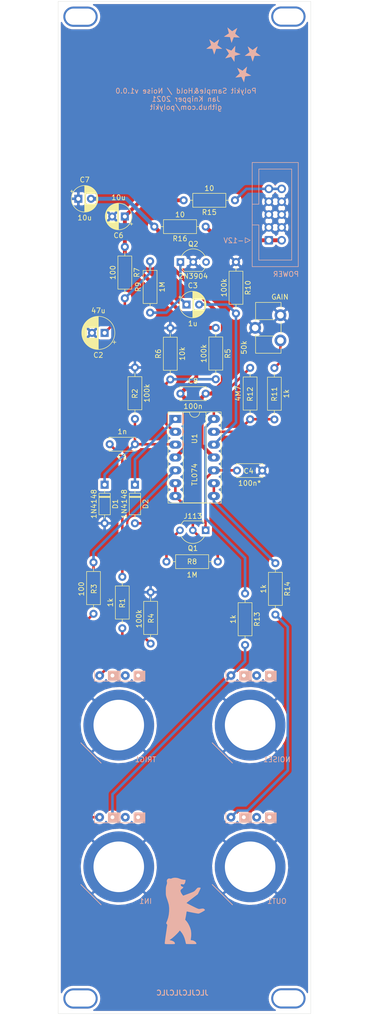
<source format=kicad_pcb>
(kicad_pcb (version 20171130) (host pcbnew 5.1.9-73d0e3b20d~88~ubuntu20.10.1)
  (title_block (title "Sample&Hold / Noise") (rev v1.0.0) (company "Jan Knipper") (comment 1 github.com/polykit))
  (layers (0 F.Cu signal) (31 B.Cu signal) (34 B.Paste user) (35 F.Paste user) (36 B.SilkS user) (37 F.SilkS user) (38 B.Mask user) (39 F.Mask user) (44 Edge.Cuts user))
  (net 0 "")
  (net 1 "Net-(C1-Pad2)")
  (net 2 "Net-(C1-Pad1)")
  (net 3 GND)
  (net 4 "Net-(C2-Pad1)")
  (net 5 "Net-(C3-Pad2)")
  (net 6 "Net-(C3-Pad1)")
  (net 7 "Net-(C4-Pad1)")
  (net 8 "Net-(D2-Pad2)")
  (net 9 "Net-(D2-Pad1)")
  (net 10 "Net-(Q1-Pad2)")
  (net 11 NC)
  (net 12 "Net-(R3-Pad2)")
  (net 13 IN)
  (net 14 "Net-(R5-Pad2)")
  (net 15 +12V)
  (net 16 "Net-(R11-Pad1)")
  (net 17 "Net-(R12-Pad1)")
  (net 18 OUT)
  (net 19 "Net-(R14-Pad1)")
  (net 20 TRIG)
  (net 21 WHITE_NOISE)
  (net 22 "Net-(NOISE1-PadTN)")
  (net 23 "Net-(OUT1-PadTN)")
  (net 24 "Net-(TRIG1-PadTN)")
  (net 25 -12V)
  (net 26 "Net-(POWER1-Pad10)")
  (net 27 "Net-(POWER1-Pad1)")
  (net 28 "Net-(GAIN1-Pad1)")
  (module Potentiometer_THT:Potentiometer_ACP_CA9-H5_Horizontal (layer F.Cu) (at 129 97 180)
    (fp_text reference GAIN1 hide)
    (fp_text value 50k (at 7.2 -1.4 90) (layer F.SilkS))
    (fp_text user GAIN (at 0.1 8.6) (layer F.SilkS))
    (pad 1 thru_hole circle (at 0 0 180) (size 2.34 2.34) (drill 1.3) (layers *.Cu *.Mask) (net 28 "Net-(GAIN1-Pad1)"))
    (pad 2 thru_hole circle (at 5 2.5 180) (size 2.34 2.34) (drill 1.3) (layers *.Cu *.Mask) (net 3 GND))
    (pad 3 thru_hole circle (at 0 5 180) (size 2.34 2.34) (drill 1.3) (layers *.Cu *.Mask) (net 3 GND))
  )
  (module Polykit:star-mask (layer F.Cu) (at 121.7 63.6)
    (fp_text reference G*** hide)
    (fp_text value LOGO hide)
  )
  (module Polykit:bär (layer B.Cu) (at 109.9 209.8 180)
    (fp_text reference G*** hide)
    (fp_text value LOGO hide)
  )
  (module Polykit:star-silk-tiny (layer B.Cu) (at 121.6 44.5 7)
    (fp_text reference G*** hide)
    (fp_text value LOGO hide)
  )
  (module Polykit:star-silk-tiny (layer B.Cu) (at 115.9 39)
    (fp_text reference G*** hide)
    (fp_text value LOGO hide)
  )
  (module Polykit:star-silk-tiny (layer B.Cu) (at 119.5 40.5 15)
    (fp_text reference G*** hide)
    (fp_text value LOGO hide)
  )
  (module Polykit:star-silk-tiny (layer B.Cu) (at 123.5 40.4)
    (fp_text reference G*** hide)
    (fp_text value LOGO hide)
  )
  (module Polykit:star-silk-tiny (layer B.Cu) (at 119.4 36.7 357)
    (fp_text reference G*** hide)
    (fp_text value LOGO hide)
  )
  (module Polykit:blitz-mask (layer F.Cu) (at 128 133.1)
    (fp_text reference G*** hide)
    (fp_text value LOGO hide)
  )
  (module Polykit:blitz-mask (layer F.Cu) (at 93.4 112.7)
    (fp_text reference G*** hide)
    (fp_text value LOGO hide)
  )
  (module Polykit:blitz-mask (layer F.Cu) (at 90.5 83.1)
    (fp_text reference G*** hide)
    (fp_text value LOGO hide)
  )
  (module Polykit:star-mask (layer F.Cu) (at 110 170 13)
    (fp_text reference G*** hide)
    (fp_text value LOGO hide)
  )
  (module Polykit:star-mask (layer F.Cu) (at 114 161 353)
    (fp_text reference G*** hide)
    (fp_text value LOGO hide)
  )
  (module Polykit:star-mask (layer F.Cu) (at 109 152 3)
    (fp_text reference G*** hide)
    (fp_text value LOGO hide)
  )
  (module Polykit:logo-mask-5cm (layer F.Cu) (at 110 220)
    (fp_text reference G*** hide)
    (fp_text value LOGO hide)
  )
  (module Resistor_THT:R_Axial_DIN0207_L6.3mm_D2.5mm_P10.16mm_Horizontal (layer F.Cu) (at 114.2 74.5 180)
    (fp_text reference R16 (at 5.08 -2.37) (layer F.SilkS))
    (fp_text value 10 (at 5.08 2.37) (layer F.SilkS))
    (pad 2 thru_hole oval (at 10.16 0 180) (size 1.6 1.6) (drill 0.8) (layers *.Cu *.Mask) (net 25 -12V))
    (pad 1 thru_hole circle (at 0 0 180) (size 1.6 1.6) (drill 0.8) (layers *.Cu *.Mask) (net 27 "Net-(POWER1-Pad1)"))
  )
  (module Resistor_THT:R_Axial_DIN0207_L6.3mm_D2.5mm_P10.16mm_Horizontal (layer F.Cu) (at 120 69.3 180)
    (fp_text reference R15 (at 5.08 -2.37) (layer F.SilkS))
    (fp_text value 10 (at 5.08 2.37) (layer F.SilkS))
    (pad 2 thru_hole oval (at 10.16 0 180) (size 1.6 1.6) (drill 0.8) (layers *.Cu *.Mask) (net 15 +12V))
    (pad 1 thru_hole circle (at 0 0 180) (size 1.6 1.6) (drill 0.8) (layers *.Cu *.Mask) (net 26 "Net-(POWER1-Pad10)"))
  )
  (module Connector_IDC:IDC-Header_2x05_P2.54mm_Vertical (layer B.Cu) (at 126.7 77.2)
    (fp_text reference POWER1 hide)
    (fp_text value Conn_02x05_Odd_Even hide)
    (fp_text user POWER (at 3.4 6.7) (layer B.SilkS) (effects (justify mirror)))
    (pad 10 thru_hole circle (at 2.54 -10.16) (size 1.7 1.7) (drill 1) (layers *.Cu *.Mask) (net 26 "Net-(POWER1-Pad10)"))
    (pad 8 thru_hole circle (at 2.54 -7.62) (size 1.7 1.7) (drill 1) (layers *.Cu *.Mask) (net 3 GND))
    (pad 6 thru_hole circle (at 2.54 -5.08) (size 1.7 1.7) (drill 1) (layers *.Cu *.Mask) (net 3 GND))
    (pad 4 thru_hole circle (at 2.54 -2.54) (size 1.7 1.7) (drill 1) (layers *.Cu *.Mask) (net 3 GND))
    (pad 2 thru_hole circle (at 2.54 0) (size 1.7 1.7) (drill 1) (layers *.Cu *.Mask) (net 27 "Net-(POWER1-Pad1)"))
    (pad 9 thru_hole circle (at 0 -10.16) (size 1.7 1.7) (drill 1) (layers *.Cu *.Mask) (net 26 "Net-(POWER1-Pad10)"))
    (pad 7 thru_hole circle (at 0 -7.62) (size 1.7 1.7) (drill 1) (layers *.Cu *.Mask) (net 3 GND))
    (pad 5 thru_hole circle (at 0 -5.08) (size 1.7 1.7) (drill 1) (layers *.Cu *.Mask) (net 3 GND))
    (pad 3 thru_hole circle (at 0 -2.54) (size 1.7 1.7) (drill 1) (layers *.Cu *.Mask) (net 3 GND))
    (pad 1 thru_hole roundrect (at 0 0) (size 1.7 1.7) (drill 1) (layers *.Cu *.Mask) (roundrect_rratio 0.1470588235294118) (net 27 "Net-(POWER1-Pad1)"))
  )
  (module Capacitor_THT:C_Disc_D5.0mm_W2.5mm_P5.00mm (layer F.Cu) (at 109.2 107.5)
    (fp_text reference C8 (at 2.5 -2.5) (layer F.SilkS))
    (fp_text value 100n (at 2.5 2.5) (layer F.SilkS))
    (pad 2 thru_hole circle (at 5 0) (size 1.6 1.6) (drill 0.8) (layers *.Cu *.Mask) (net 25 -12V))
    (pad 1 thru_hole circle (at 0 0) (size 1.6 1.6) (drill 0.8) (layers *.Cu *.Mask) (net 15 +12V))
  )
  (module Capacitor_THT:CP_Radial_D5.0mm_P2.50mm (layer F.Cu) (at 89 69)
    (fp_text reference C7 (at 1.25 -3.75) (layer F.SilkS))
    (fp_text value 10u (at 1.25 3.75) (layer F.SilkS))
    (pad 2 thru_hole circle (at 2.5 0) (size 1.6 1.6) (drill 0.8) (layers *.Cu *.Mask) (net 25 -12V))
    (pad 1 thru_hole rect (at 0 0) (size 1.6 1.6) (drill 0.8) (layers *.Cu *.Mask) (net 3 GND))
  )
  (module Capacitor_THT:CP_Radial_D5.0mm_P2.50mm (layer F.Cu) (at 98.2 72.5 180)
    (fp_text reference C6 (at 1.25 -3.75) (layer F.SilkS))
    (fp_text value 10u (at 1.25 3.75) (layer F.SilkS))
    (pad 2 thru_hole circle (at 2.5 0 180) (size 1.6 1.6) (drill 0.8) (layers *.Cu *.Mask) (net 3 GND))
    (pad 1 thru_hole rect (at 0 0 180) (size 1.6 1.6) (drill 0.8) (layers *.Cu *.Mask) (net 15 +12V))
  )
  (module Polykit:sample-and-hold-mask (layer F.Cu) (at 110 47)
    (fp_text reference G*** hide)
    (fp_text value LOGO hide)
  )
  (module telec:Jack_Hole_Square (layer F.Cu) (at 123 173 180)
    (fp_text reference NOISE1 (at -5.3 -6.8) (layer B.SilkS) (effects (justify mirror)))
    (fp_text value AudioJack2_SwitchT hide)
    (pad TN thru_hole circle (at 1.25 9.795 180) (size 1.75 1.75) (drill 0.762) (layers *.Cu B.Mask) (net 22 "Net-(NOISE1-PadTN)"))
    (pad RN thru_hole circle (at -3.83 9.795 180) (size 1.75 1.75) (drill 0.762) (layers *.Cu B.Mask))
    (pad T thru_hole circle (at 3.79 9.795 180) (size 1.75 1.75) (drill 0.762) (layers *.Cu B.Mask) (net 21 WHITE_NOISE))
    (pad R thru_hole circle (at -1.29 9.795 180) (size 1.75 1.75) (drill 0.762) (layers *.Cu B.Mask))
    (pad S thru_hole circle (at 0 0 180) (size 14 14) (drill 10) (layers *.Cu F.Mask) (net 3 GND))
  )
  (module telec:Jack_Hole_Square (layer F.Cu) (at 123 201 180)
    (fp_text reference OUT1 (at -5.3 -6.8) (layer B.SilkS) (effects (justify mirror)))
    (fp_text value AudioJack2_SwitchT hide)
    (pad TN thru_hole circle (at 1.25 9.795 180) (size 1.75 1.75) (drill 0.762) (layers *.Cu B.Mask) (net 23 "Net-(OUT1-PadTN)"))
    (pad RN thru_hole circle (at -3.83 9.795 180) (size 1.75 1.75) (drill 0.762) (layers *.Cu B.Mask))
    (pad T thru_hole circle (at 3.79 9.795 180) (size 1.75 1.75) (drill 0.762) (layers *.Cu B.Mask) (net 18 OUT))
    (pad R thru_hole circle (at -1.29 9.795 180) (size 1.75 1.75) (drill 0.762) (layers *.Cu B.Mask))
    (pad S thru_hole circle (at 0 0 180) (size 14 14) (drill 10) (layers *.Cu F.Mask) (net 3 GND))
  )
  (module telec:Jack_Hole_Square (layer F.Cu) (at 97 201 180)
    (fp_text reference IN1 (at -5.3 -6.8) (layer B.SilkS) (effects (justify mirror)))
    (fp_text value AudioJack2_SwitchT hide)
    (pad TN thru_hole circle (at 1.25 9.795 180) (size 1.75 1.75) (drill 0.762) (layers *.Cu B.Mask) (net 21 WHITE_NOISE))
    (pad RN thru_hole circle (at -3.83 9.795 180) (size 1.75 1.75) (drill 0.762) (layers *.Cu B.Mask))
    (pad T thru_hole circle (at 3.79 9.795 180) (size 1.75 1.75) (drill 0.762) (layers *.Cu B.Mask) (net 13 IN))
    (pad R thru_hole circle (at -1.29 9.795 180) (size 1.75 1.75) (drill 0.762) (layers *.Cu B.Mask))
    (pad S thru_hole circle (at 0 0 180) (size 14 14) (drill 10) (layers *.Cu F.Mask) (net 3 GND))
  )
  (module telec:Jack_Hole_Square (layer F.Cu) (at 97 173 180)
    (fp_text reference TRIG1 (at -5.3 -6.8) (layer B.SilkS) (effects (justify mirror)))
    (fp_text value AudioJack2_SwitchT hide)
    (pad TN thru_hole circle (at 1.25 9.795 180) (size 1.75 1.75) (drill 0.762) (layers *.Cu B.Mask) (net 24 "Net-(TRIG1-PadTN)"))
    (pad RN thru_hole circle (at -3.83 9.795 180) (size 1.75 1.75) (drill 0.762) (layers *.Cu B.Mask))
    (pad T thru_hole circle (at 3.79 9.795 180) (size 1.75 1.75) (drill 0.762) (layers *.Cu B.Mask) (net 20 TRIG))
    (pad R thru_hole circle (at -1.29 9.795 180) (size 1.75 1.75) (drill 0.762) (layers *.Cu B.Mask))
    (pad S thru_hole circle (at 0 0 180) (size 14 14) (drill 10) (layers *.Cu F.Mask) (net 3 GND))
  )
  (module Kosmo_panel:Kosmo_Panel_Dual_Slotted_Mounting_Hole (layer F.Cu) (at 129.172961 226.998051)
    (fp_text reference REF** hide)
    (fp_text value Kosmo_Panel_Dual_Slotted_Mounting_Hole)
    (pad 1 thru_hole oval (at 1.4 -194) (size 6.8 4) (drill oval 6 3.2) (layers *.Cu *.Mask))
    (pad 1 thru_hole oval (at 1.4 0) (size 6.8 4) (drill oval 6 3.2) (layers *.Cu *.Mask))
  )
  (module Kosmo_panel:Kosmo_Panel_Dual_Slotted_Mounting_Hole (layer F.Cu) (at 88.025654 227.015821)
    (fp_text reference REF** hide)
    (fp_text value Kosmo_Panel_Dual_Slotted_Mounting_Hole)
    (pad 1 thru_hole oval (at 1.4 -194) (size 6.8 4) (drill oval 6 3.2) (layers *.Cu *.Mask))
    (pad 1 thru_hole oval (at 1.4 0) (size 6.8 4) (drill oval 6 3.2) (layers *.Cu *.Mask))
  )
  (module Package_DIP:DIP-14_W7.62mm_Socket_LongPads (layer F.Cu) (at 108.2 112.5)
    (fp_text reference U1 (at 3.8 3.9 90) (layer F.SilkS))
    (fp_text value TL074 (at 3.8 11 90) (layer F.SilkS))
    (pad 14 thru_hole oval (at 7.62 0) (size 2.4 1.6) (drill 0.8) (layers *.Cu *.Mask) (net 17 "Net-(R12-Pad1)"))
    (pad 7 thru_hole oval (at 0 15.24) (size 2.4 1.6) (drill 0.8) (layers *.Cu *.Mask) (net 10 "Net-(Q1-Pad2)"))
    (pad 13 thru_hole oval (at 7.62 2.54) (size 2.4 1.6) (drill 0.8) (layers *.Cu *.Mask) (net 16 "Net-(R11-Pad1)"))
    (pad 6 thru_hole oval (at 0 12.7) (size 2.4 1.6) (drill 0.8) (layers *.Cu *.Mask) (net 10 "Net-(Q1-Pad2)"))
    (pad 12 thru_hole oval (at 7.62 5.08) (size 2.4 1.6) (drill 0.8) (layers *.Cu *.Mask) (net 5 "Net-(C3-Pad2)"))
    (pad 5 thru_hole oval (at 0 10.16) (size 2.4 1.6) (drill 0.8) (layers *.Cu *.Mask) (net 12 "Net-(R3-Pad2)"))
    (pad 11 thru_hole oval (at 7.62 7.62) (size 2.4 1.6) (drill 0.8) (layers *.Cu *.Mask) (net 25 -12V))
    (pad 4 thru_hole oval (at 0 7.62) (size 2.4 1.6) (drill 0.8) (layers *.Cu *.Mask) (net 15 +12V))
    (pad 10 thru_hole oval (at 7.62 10.16) (size 2.4 1.6) (drill 0.8) (layers *.Cu *.Mask) (net 7 "Net-(C4-Pad1)"))
    (pad 3 thru_hole oval (at 0 5.08) (size 2.4 1.6) (drill 0.8) (layers *.Cu *.Mask) (net 2 "Net-(C1-Pad1)"))
    (pad 9 thru_hole oval (at 7.62 12.7) (size 2.4 1.6) (drill 0.8) (layers *.Cu *.Mask) (net 19 "Net-(R14-Pad1)"))
    (pad 2 thru_hole oval (at 0 2.54) (size 2.4 1.6) (drill 0.8) (layers *.Cu *.Mask) (net 14 "Net-(R5-Pad2)"))
    (pad 8 thru_hole oval (at 7.62 15.24) (size 2.4 1.6) (drill 0.8) (layers *.Cu *.Mask) (net 19 "Net-(R14-Pad1)"))
    (pad 1 thru_hole rect (at 0 0) (size 2.4 1.6) (drill 0.8) (layers *.Cu *.Mask) (net 9 "Net-(D2-Pad1)"))
  )
  (module Resistor_THT:R_Axial_DIN0207_L6.3mm_D2.5mm_P10.16mm_Horizontal (layer F.Cu) (at 128 141 270)
    (fp_text reference R14 (at 5.08 -2.37 90) (layer F.SilkS))
    (fp_text value 1k (at 5.08 2.37 90) (layer F.SilkS))
    (pad 2 thru_hole oval (at 10.16 0 270) (size 1.6 1.6) (drill 0.8) (layers *.Cu *.Mask) (net 18 OUT))
    (pad 1 thru_hole circle (at 0 0 270) (size 1.6 1.6) (drill 0.8) (layers *.Cu *.Mask) (net 19 "Net-(R14-Pad1)"))
  )
  (module Resistor_THT:R_Axial_DIN0207_L6.3mm_D2.5mm_P10.16mm_Horizontal (layer F.Cu) (at 122 147 270)
    (fp_text reference R13 (at 5.08 -2.37 90) (layer F.SilkS))
    (fp_text value 1k (at 5.08 2.37 90) (layer F.SilkS))
    (pad 2 thru_hole oval (at 10.16 0 270) (size 1.6 1.6) (drill 0.8) (layers *.Cu *.Mask) (net 21 WHITE_NOISE))
    (pad 1 thru_hole circle (at 0 0 270) (size 1.6 1.6) (drill 0.8) (layers *.Cu *.Mask) (net 17 "Net-(R12-Pad1)"))
  )
  (module Resistor_THT:R_Axial_DIN0207_L6.3mm_D2.5mm_P10.16mm_Horizontal (layer F.Cu) (at 123 102.4 270)
    (fp_text reference R12 (at 5.2 0 90) (layer F.SilkS))
    (fp_text value 4M7 (at 5.08 2.37 90) (layer F.SilkS))
    (pad 2 thru_hole oval (at 10.16 0 270) (size 1.6 1.6) (drill 0.8) (layers *.Cu *.Mask) (net 16 "Net-(R11-Pad1)"))
    (pad 1 thru_hole circle (at 0 0 270) (size 1.6 1.6) (drill 0.8) (layers *.Cu *.Mask) (net 17 "Net-(R12-Pad1)"))
  )
  (module Resistor_THT:R_Axial_DIN0207_L6.3mm_D2.5mm_P10.16mm_Horizontal (layer F.Cu) (at 127.8 112.6 90)
    (fp_text reference R11 (at 5 0 90) (layer F.SilkS))
    (fp_text value 1k (at 5.08 2.37 90) (layer F.SilkS))
    (pad 2 thru_hole oval (at 10.16 0 90) (size 1.6 1.6) (drill 0.8) (layers *.Cu *.Mask) (net 28 "Net-(GAIN1-Pad1)"))
    (pad 1 thru_hole circle (at 0 0 90) (size 1.6 1.6) (drill 0.8) (layers *.Cu *.Mask) (net 16 "Net-(R11-Pad1)"))
  )
  (module Resistor_THT:R_Axial_DIN0207_L6.3mm_D2.5mm_P10.16mm_Horizontal (layer F.Cu) (at 120.2 81.5 270)
    (fp_text reference R10 (at 5.08 -2.37 90) (layer F.SilkS))
    (fp_text value 100k (at 5.08 2.37 90) (layer F.SilkS))
    (pad 2 thru_hole oval (at 10.16 0 270) (size 1.6 1.6) (drill 0.8) (layers *.Cu *.Mask) (net 5 "Net-(C3-Pad2)"))
    (pad 1 thru_hole circle (at 0 0 270) (size 1.6 1.6) (drill 0.8) (layers *.Cu *.Mask) (net 3 GND))
  )
  (module Resistor_THT:R_Axial_DIN0207_L6.3mm_D2.5mm_P10.16mm_Horizontal (layer F.Cu) (at 103.2 91.5 90)
    (fp_text reference R9 (at 5.08 -2.37 90) (layer F.SilkS))
    (fp_text value 1M (at 5.08 2.37 90) (layer F.SilkS))
    (pad 2 thru_hole oval (at 10.16 0 90) (size 1.6 1.6) (drill 0.8) (layers *.Cu *.Mask) (net 4 "Net-(C2-Pad1)"))
    (pad 1 thru_hole circle (at 0 0 90) (size 1.6 1.6) (drill 0.8) (layers *.Cu *.Mask) (net 6 "Net-(C3-Pad1)"))
  )
  (module Resistor_THT:R_Axial_DIN0207_L6.3mm_D2.5mm_P10.16mm_Horizontal (layer F.Cu) (at 116.6 140.7 180)
    (fp_text reference R8 (at 5.1 0) (layer F.SilkS))
    (fp_text value 1M (at 5.08 -2.6) (layer F.SilkS))
    (pad 2 thru_hole oval (at 10.16 0 180) (size 1.6 1.6) (drill 0.8) (layers *.Cu *.Mask) (net 8 "Net-(D2-Pad2)"))
    (pad 1 thru_hole circle (at 0 0 180) (size 1.6 1.6) (drill 0.8) (layers *.Cu *.Mask) (net 10 "Net-(Q1-Pad2)"))
  )
  (module Resistor_THT:R_Axial_DIN0207_L6.3mm_D2.5mm_P10.16mm_Horizontal (layer F.Cu) (at 98.2 78.5 270)
    (fp_text reference R7 (at 5.08 -2.37 90) (layer F.SilkS))
    (fp_text value 100 (at 5.08 2.37 90) (layer F.SilkS))
    (pad 2 thru_hole oval (at 10.16 0 270) (size 1.6 1.6) (drill 0.8) (layers *.Cu *.Mask) (net 4 "Net-(C2-Pad1)"))
    (pad 1 thru_hole circle (at 0 0 270) (size 1.6 1.6) (drill 0.8) (layers *.Cu *.Mask) (net 15 +12V))
  )
  (module Resistor_THT:R_Axial_DIN0207_L6.3mm_D2.5mm_P10.16mm_Horizontal (layer F.Cu) (at 107.2 104.7 90)
    (fp_text reference R6 (at 5.08 -2.37 90) (layer F.SilkS))
    (fp_text value 10k (at 5.08 2.37 90) (layer F.SilkS))
    (pad 2 thru_hole oval (at 10.16 0 90) (size 1.6 1.6) (drill 0.8) (layers *.Cu *.Mask) (net 3 GND))
    (pad 1 thru_hole circle (at 0 0 90) (size 1.6 1.6) (drill 0.8) (layers *.Cu *.Mask) (net 14 "Net-(R5-Pad2)"))
  )
  (module Resistor_THT:R_Axial_DIN0207_L6.3mm_D2.5mm_P10.16mm_Horizontal (layer F.Cu) (at 116.2 94.5 270)
    (fp_text reference R5 (at 5.08 -2.37 90) (layer F.SilkS))
    (fp_text value 100k (at 5.08 2.37 90) (layer F.SilkS))
    (pad 2 thru_hole oval (at 10.16 0 270) (size 1.6 1.6) (drill 0.8) (layers *.Cu *.Mask) (net 14 "Net-(R5-Pad2)"))
    (pad 1 thru_hole circle (at 0 0 270) (size 1.6 1.6) (drill 0.8) (layers *.Cu *.Mask) (net 15 +12V))
  )
  (module Resistor_THT:R_Axial_DIN0207_L6.3mm_D2.5mm_P10.16mm_Horizontal (layer F.Cu) (at 103.3 156.9 90)
    (fp_text reference R4 (at 5 0.1 90) (layer F.SilkS))
    (fp_text value 100k (at 4.9 -2.3 90) (layer F.SilkS))
    (pad 2 thru_hole oval (at 10.16 0 90) (size 1.6 1.6) (drill 0.8) (layers *.Cu *.Mask) (net 3 GND))
    (pad 1 thru_hole circle (at 0 0 90) (size 1.6 1.6) (drill 0.8) (layers *.Cu *.Mask) (net 12 "Net-(R3-Pad2)"))
  )
  (module Resistor_THT:R_Axial_DIN0207_L6.3mm_D2.5mm_P10.16mm_Horizontal (layer F.Cu) (at 92 151 90)
    (fp_text reference R3 (at 4.9 0.1 90) (layer F.SilkS))
    (fp_text value 100 (at 4.9 -2.4 90) (layer F.SilkS))
    (pad 2 thru_hole oval (at 10.16 0 90) (size 1.6 1.6) (drill 0.8) (layers *.Cu *.Mask) (net 12 "Net-(R3-Pad2)"))
    (pad 1 thru_hole circle (at 0 0 90) (size 1.6 1.6) (drill 0.8) (layers *.Cu *.Mask) (net 13 IN))
  )
  (module Resistor_THT:R_Axial_DIN0207_L6.3mm_D2.5mm_P10.16mm_Horizontal (layer F.Cu) (at 100.2 112.5 90)
    (fp_text reference R2 (at 5 0 90) (layer F.SilkS))
    (fp_text value 100k (at 5.08 2.37 90) (layer F.SilkS))
    (pad 2 thru_hole oval (at 10.16 0 90) (size 1.6 1.6) (drill 0.8) (layers *.Cu *.Mask) (net 3 GND))
    (pad 1 thru_hole circle (at 0 0 90) (size 1.6 1.6) (drill 0.8) (layers *.Cu *.Mask) (net 2 "Net-(C1-Pad1)"))
  )
  (module Resistor_THT:R_Axial_DIN0207_L6.3mm_D2.5mm_P10.16mm_Horizontal (layer F.Cu) (at 97.7 143.7 270)
    (fp_text reference R1 (at 5.2 0 90) (layer F.SilkS))
    (fp_text value 1k (at 5.08 2.37 90) (layer F.SilkS))
    (pad 2 thru_hole oval (at 10.16 0 270) (size 1.6 1.6) (drill 0.8) (layers *.Cu *.Mask) (net 20 TRIG))
    (pad 1 thru_hole circle (at 0 0 270) (size 1.6 1.6) (drill 0.8) (layers *.Cu *.Mask) (net 1 "Net-(C1-Pad2)"))
  )
  (module Package_TO_SOT_THT:TO-92_Inline_Wide (layer F.Cu) (at 109.2 81.5)
    (fp_text reference Q2 (at 2.54 -3.56) (layer F.SilkS))
    (fp_text value 2N3904 (at 2.54 2.79) (layer F.SilkS))
    (pad 1 thru_hole rect (at 0 0) (size 1.5 1.5) (drill 0.8) (layers *.Cu *.Mask) (net 6 "Net-(C3-Pad1)"))
    (pad 3 thru_hole circle (at 5.08 0) (size 1.5 1.5) (drill 0.8) (layers *.Cu *.Mask) (net 11 NC))
    (pad 2 thru_hole circle (at 2.54 0) (size 1.5 1.5) (drill 0.8) (layers *.Cu *.Mask) (net 3 GND))
  )
  (module Package_TO_SOT_THT:TO-92_Inline_Wide (layer F.Cu) (at 114.2 134.5 180)
    (fp_text reference Q1 (at 2.54 -3.56) (layer F.SilkS))
    (fp_text value J113 (at 2.54 2.79) (layer F.SilkS))
    (pad 1 thru_hole rect (at 0 0 180) (size 1.5 1.5) (drill 0.8) (layers *.Cu *.Mask) (net 7 "Net-(C4-Pad1)"))
    (pad 3 thru_hole circle (at 5.08 0 180) (size 1.5 1.5) (drill 0.8) (layers *.Cu *.Mask) (net 8 "Net-(D2-Pad2)"))
    (pad 2 thru_hole circle (at 2.54 0 180) (size 1.5 1.5) (drill 0.8) (layers *.Cu *.Mask) (net 10 "Net-(Q1-Pad2)"))
  )
  (module Diode_THT:D_DO-35_SOD27_P7.62mm_Horizontal (layer F.Cu) (at 100.2 125.5 270)
    (fp_text reference D2 (at 3.81 -2.12 90) (layer F.SilkS))
    (fp_text value 1N4148 (at 3.81 2.12 90) (layer F.SilkS))
    (pad 2 thru_hole oval (at 7.62 0 270) (size 1.6 1.6) (drill 0.8) (layers *.Cu *.Mask) (net 8 "Net-(D2-Pad2)"))
    (pad 1 thru_hole rect (at 0 0 270) (size 1.6 1.6) (drill 0.8) (layers *.Cu *.Mask) (net 9 "Net-(D2-Pad1)"))
  )
  (module Diode_THT:D_DO-35_SOD27_P7.62mm_Horizontal (layer F.Cu) (at 94.2 125.5 270)
    (fp_text reference D1 (at 3.81 -2.12 90) (layer F.SilkS))
    (fp_text value 1N4148 (at 3.81 2.12 90) (layer F.SilkS))
    (pad 2 thru_hole oval (at 7.62 0 270) (size 1.6 1.6) (drill 0.8) (layers *.Cu *.Mask) (net 3 GND))
    (pad 1 thru_hole rect (at 0 0 270) (size 1.6 1.6) (drill 0.8) (layers *.Cu *.Mask) (net 2 "Net-(C1-Pad1)"))
  )
  (module Capacitor_THT:C_Disc_D5.0mm_W2.5mm_P5.00mm (layer F.Cu) (at 120.4 122.7)
    (fp_text reference C4 (at 2.3 0.1) (layer F.SilkS))
    (fp_text value 100n* (at 2.5 2.5) (layer F.SilkS))
    (pad 2 thru_hole circle (at 5 0) (size 1.6 1.6) (drill 0.8) (layers *.Cu *.Mask) (net 3 GND))
    (pad 1 thru_hole circle (at 0 0) (size 1.6 1.6) (drill 0.8) (layers *.Cu *.Mask) (net 7 "Net-(C4-Pad1)"))
  )
  (module Capacitor_THT:CP_Radial_D5.0mm_P2.50mm (layer F.Cu) (at 110.4 89.9)
    (fp_text reference C3 (at 1.25 -3.75) (layer F.SilkS))
    (fp_text value 1u (at 1.25 3.75) (layer F.SilkS))
    (pad 2 thru_hole circle (at 2.5 0) (size 1.6 1.6) (drill 0.8) (layers *.Cu *.Mask) (net 5 "Net-(C3-Pad2)"))
    (pad 1 thru_hole rect (at 0 0) (size 1.6 1.6) (drill 0.8) (layers *.Cu *.Mask) (net 6 "Net-(C3-Pad1)"))
  )
  (module Capacitor_THT:CP_Radial_D6.3mm_P2.50mm (layer F.Cu) (at 94.2 95.5 180)
    (fp_text reference C2 (at 1.25 -4.4) (layer F.SilkS))
    (fp_text value 47u (at 1.25 4.4) (layer F.SilkS))
    (pad 2 thru_hole circle (at 2.5 0 180) (size 1.6 1.6) (drill 0.8) (layers *.Cu *.Mask) (net 3 GND))
    (pad 1 thru_hole rect (at 0 0 180) (size 1.6 1.6) (drill 0.8) (layers *.Cu *.Mask) (net 4 "Net-(C2-Pad1)"))
  )
  (module Capacitor_THT:C_Disc_D5.0mm_W2.5mm_P5.00mm (layer F.Cu) (at 100.2 117.5 180)
    (fp_text reference C1 (at 2.5 -2.5) (layer F.SilkS))
    (fp_text value 1n (at 2.5 2.5) (layer F.SilkS))
    (pad 2 thru_hole circle (at 5 0 180) (size 1.6 1.6) (drill 0.8) (layers *.Cu *.Mask) (net 1 "Net-(C1-Pad2)"))
    (pad 1 thru_hole circle (at 0 0 180) (size 1.6 1.6) (drill 0.8) (layers *.Cu *.Mask) (net 2 "Net-(C1-Pad1)"))
  )
  (gr_text -12V (at 119.744995 77.252437) (layer B.SilkS) (effects (font (size 1 1)) (justify mirror)))
  (gr_text JLCJLCJLCJLC (at 109.6 225.9) (layer B.SilkS) (effects (font (size 1 1) (thickness 0.2)) (justify mirror)))
  (gr_text "Polykit Sample&Hold / Noise v1.0.0\nJan Knipper 2021\ngithub.com/polykit" (at 110.3 49.3) (layer B.SilkS) (effects (font (size 1 1)) (justify mirror)))
  (gr_line (start 85 30) (end 85 230) (layer Edge.Cuts) (width 0.05))
  (gr_line (start 135 30) (end 85 30) (layer Edge.Cuts) (width 0.05))
  (gr_line (start 135 230) (end 135 30) (layer Edge.Cuts) (width 0.05))
  (gr_line (start 85 230) (end 135 230) (layer Edge.Cuts) (width 0.05))
  (segment (start 97.7 120) (end 95.2 117.5) (width 0.508) (layer F.Cu) (net 1))
  (segment (start 97.7 143.7) (end 97.7 120) (width 0.508) (layer F.Cu) (net 1))
  (segment (start 100.2 112.5) (end 100.2 117.5) (width 0.508) (layer F.Cu) (net 2))
  (segment (start 108.12 117.5) (end 108.2 117.58) (width 0.508) (layer F.Cu) (net 2))
  (segment (start 100.2 117.5) (end 108.12 117.5) (width 0.508) (layer F.Cu) (net 2))
  (segment (start 94.2 123.5) (end 94.2 125.5) (width 0.508) (layer B.Cu) (net 2))
  (segment (start 100.2 117.5) (end 94.2 123.5) (width 0.508) (layer B.Cu) (net 2))
  (segment (start 103.2 83.66) (end 98.2 88.66) (width 0.508) (layer B.Cu) (net 4))
  (segment (start 103.2 81.34) (end 103.2 83.66) (width 0.508) (layer B.Cu) (net 4))
  (segment (start 98.2 91.5) (end 94.2 95.5) (width 0.508) (layer F.Cu) (net 4))
  (segment (start 98.2 88.66) (end 98.2 91.5) (width 0.508) (layer F.Cu) (net 4))
  (segment (start 118.44 89.9) (end 120.2 91.66) (width 0.508) (layer B.Cu) (net 5))
  (segment (start 112.9 89.9) (end 118.44 89.9) (width 0.508) (layer B.Cu) (net 5))
  (segment (start 120.2 113.2) (end 115.82 117.58) (width 0.508) (layer B.Cu) (net 5))
  (segment (start 120.2 91.66) (end 120.2 113.2) (width 0.508) (layer B.Cu) (net 5))
  (segment (start 109.2 88.7) (end 110.4 89.9) (width 0.508) (layer B.Cu) (net 6))
  (segment (start 109.2 81.5) (end 109.2 88.7) (width 0.508) (layer B.Cu) (net 6))
  (segment (start 106.4 91.5) (end 109.2 88.7) (width 0.508) (layer B.Cu) (net 6))
  (segment (start 103.2 91.5) (end 106.4 91.5) (width 0.508) (layer B.Cu) (net 6))
  (segment (start 120.36 122.66) (end 120.4 122.7) (width 0.508) (layer F.Cu) (net 7))
  (segment (start 115.82 122.66) (end 120.36 122.66) (width 0.508) (layer F.Cu) (net 7))
  (segment (start 114.16599 134.46599) (end 114.2 134.5) (width 0.508) (layer F.Cu) (net 7))
  (segment (start 114.16599 124.31401) (end 114.16599 134.46599) (width 0.508) (layer F.Cu) (net 7))
  (segment (start 115.82 122.66) (end 114.16599 124.31401) (width 0.508) (layer F.Cu) (net 7))
  (segment (start 106.44 137.18) (end 109.12 134.5) (width 0.508) (layer F.Cu) (net 8))
  (segment (start 106.44 140.7) (end 106.44 137.18) (width 0.508) (layer F.Cu) (net 8))
  (segment (start 102.38 133.12) (end 106.44 137.18) (width 0.508) (layer F.Cu) (net 8))
  (segment (start 100.2 133.12) (end 102.38 133.12) (width 0.508) (layer F.Cu) (net 8))
  (segment (start 100.2 120.5) (end 108.2 112.5) (width 0.508) (layer B.Cu) (net 9))
  (segment (start 100.2 125.5) (end 100.2 120.5) (width 0.508) (layer B.Cu) (net 9))
  (segment (start 116.6 139.44) (end 111.66 134.5) (width 0.508) (layer F.Cu) (net 10))
  (segment (start 116.6 140.7) (end 116.6 139.44) (width 0.508) (layer F.Cu) (net 10))
  (segment (start 111.66 131.2) (end 108.2 127.74) (width 0.508) (layer F.Cu) (net 10))
  (segment (start 111.66 134.5) (end 111.66 131.2) (width 0.508) (layer F.Cu) (net 10))
  (segment (start 108.2 127.74) (end 108.2 125.2) (width 0.508) (layer F.Cu) (net 10))
  (segment (start 92 138.86) (end 108.2 122.66) (width 0.508) (layer B.Cu) (net 12))
  (segment (start 92 140.84) (end 92 138.86) (width 0.508) (layer B.Cu) (net 12))
  (segment (start 92 145.6) (end 103.3 156.9) (width 0.508) (layer F.Cu) (net 12))
  (segment (start 92 140.84) (end 92 145.6) (width 0.508) (layer F.Cu) (net 12))
  (segment (start 92 151) (end 88.7 154.3) (width 0.508) (layer F.Cu) (net 13))
  (segment (start 88.7 154.3) (end 88.7 188.695) (width 0.508) (layer F.Cu) (net 13))
  (segment (start 91.21 191.205) (end 88.7 188.695) (width 0.508) (layer F.Cu) (net 13))
  (segment (start 93.21 191.205) (end 91.21 191.205) (width 0.508) (layer F.Cu) (net 13))
  (segment (start 107.36 104.66) (end 107.2 104.5) (width 0.508) (layer B.Cu) (net 14))
  (segment (start 107.24 104.66) (end 107.2 104.7) (width 0.508) (layer B.Cu) (net 14))
  (segment (start 116.2 104.66) (end 107.24 104.66) (width 0.508) (layer B.Cu) (net 14))
  (segment (start 106.400001 105.499999) (end 107.2 104.7) (width 0.508) (layer F.Cu) (net 14))
  (segment (start 106.400001 113.517203) (end 106.400001 105.499999) (width 0.508) (layer F.Cu) (net 14))
  (segment (start 107.922798 115.04) (end 106.400001 113.517203) (width 0.508) (layer F.Cu) (net 14))
  (segment (start 108.2 115.04) (end 107.922798 115.04) (width 0.508) (layer F.Cu) (net 14))
  (segment (start 101.4 69.3) (end 98.2 72.5) (width 0.762) (layer F.Cu) (net 15))
  (segment (start 109.84 69.3) (end 101.4 69.3) (width 0.762) (layer F.Cu) (net 15))
  (segment (start 98.2 72.5) (end 98.2 78.5) (width 0.762) (layer F.Cu) (net 15))
  (segment (start 112.354198 94.5) (end 116.2 94.5) (width 0.762) (layer F.Cu) (net 15))
  (segment (start 98.2 80.345802) (end 112.354198 94.5) (width 0.762) (layer F.Cu) (net 15))
  (segment (start 98.2 78.5) (end 98.2 80.345802) (width 0.762) (layer F.Cu) (net 15))
  (segment (start 112.354198 104.345802) (end 109.2 107.5) (width 0.762) (layer F.Cu) (net 15))
  (segment (start 112.354198 94.5) (end 112.354198 104.345802) (width 0.762) (layer F.Cu) (net 15))
  (segment (start 109.999999 118.320001) (end 108.2 120.12) (width 0.762) (layer F.Cu) (net 15))
  (segment (start 109.999999 108.299999) (end 109.999999 118.320001) (width 0.762) (layer F.Cu) (net 15))
  (segment (start 109.2 107.5) (end 109.999999 108.299999) (width 0.762) (layer F.Cu) (net 15))
  (segment (start 120.52 115.04) (end 123 112.56) (width 0.508) (layer F.Cu) (net 16))
  (segment (start 115.82 115.04) (end 120.52 115.04) (width 0.508) (layer F.Cu) (net 16))
  (segment (start 127.76 112.56) (end 127.8 112.6) (width 0.508) (layer F.Cu) (net 16))
  (segment (start 123 112.56) (end 127.76 112.56) (width 0.508) (layer F.Cu) (net 16))
  (segment (start 115.82 109.58) (end 123 102.4) (width 0.508) (layer F.Cu) (net 17))
  (segment (start 115.82 112.5) (end 115.82 109.58) (width 0.508) (layer F.Cu) (net 17))
  (segment (start 122 139.982798) (end 122 147) (width 0.508) (layer B.Cu) (net 17))
  (segment (start 114.16599 132.148788) (end 122 139.982798) (width 0.508) (layer B.Cu) (net 17))
  (segment (start 114.16599 114.15401) (end 114.16599 132.148788) (width 0.508) (layer B.Cu) (net 17))
  (segment (start 115.82 112.5) (end 114.16599 114.15401) (width 0.508) (layer B.Cu) (net 17))
  (segment (start 130.454001 153.614001) (end 130.454001 181.960999) (width 0.508) (layer B.Cu) (net 18))
  (segment (start 128 151.16) (end 130.454001 153.614001) (width 0.508) (layer B.Cu) (net 18))
  (segment (start 122.539001 189.875999) (end 130.454001 181.960999) (width 0.508) (layer B.Cu) (net 18))
  (segment (start 120.539001 189.875999) (end 122.539001 189.875999) (width 0.508) (layer B.Cu) (net 18))
  (segment (start 119.21 191.205) (end 120.539001 189.875999) (width 0.508) (layer B.Cu) (net 18))
  (segment (start 115.82 125.2) (end 115.82 127.74) (width 0.508) (layer F.Cu) (net 19))
  (segment (start 115.82 128.82) (end 128 141) (width 0.508) (layer B.Cu) (net 19))
  (segment (start 115.82 127.74) (end 115.82 128.82) (width 0.508) (layer B.Cu) (net 19))
  (segment (start 97.7 158.715) (end 93.21 163.205) (width 0.508) (layer F.Cu) (net 20))
  (segment (start 97.7 153.86) (end 97.7 158.715) (width 0.508) (layer F.Cu) (net 20))
  (segment (start 119.21 163.205) (end 96.960999 185.454001) (width 0.508) (layer B.Cu) (net 21))
  (segment (start 122 160.415) (end 119.21 163.205) (width 0.508) (layer B.Cu) (net 21))
  (segment (start 122 157.16) (end 122 160.415) (width 0.508) (layer B.Cu) (net 21))
  (segment (start 95.75 186.665) (end 96.960999 185.454001) (width 0.508) (layer B.Cu) (net 21))
  (segment (start 95.75 191.205) (end 95.75 186.665) (width 0.508) (layer B.Cu) (net 21))
  (segment (start 98.54 69) (end 91.5 69) (width 0.762) (layer B.Cu) (net 25))
  (segment (start 104.04 74.5) (end 98.54 69) (width 0.762) (layer B.Cu) (net 25))
  (segment (start 115.33137 107.5) (end 114.2 107.5) (width 0.762) (layer F.Cu) (net 25))
  (segment (start 117.581001 105.250369) (end 115.33137 107.5) (width 0.762) (layer F.Cu) (net 25))
  (segment (start 117.581001 92.537119) (end 117.581001 105.250369) (width 0.762) (layer F.Cu) (net 25))
  (segment (start 104.839999 79.796117) (end 117.581001 92.537119) (width 0.762) (layer F.Cu) (net 25))
  (segment (start 104.839999 75.299999) (end 104.839999 79.796117) (width 0.762) (layer F.Cu) (net 25))
  (segment (start 104.04 74.5) (end 104.839999 75.299999) (width 0.762) (layer F.Cu) (net 25))
  (segment (start 113.400001 117.700001) (end 115.82 120.12) (width 0.762) (layer F.Cu) (net 25))
  (segment (start 113.400001 108.299999) (end 113.400001 117.700001) (width 0.762) (layer F.Cu) (net 25))
  (segment (start 114.2 107.5) (end 113.400001 108.299999) (width 0.762) (layer F.Cu) (net 25))
  (segment (start 129.24 67.04) (end 126.7 67.04) (width 0.508) (layer B.Cu) (net 26))
  (segment (start 122.26 67.04) (end 120 69.3) (width 0.508) (layer B.Cu) (net 26))
  (segment (start 126.7 67.04) (end 122.26 67.04) (width 0.508) (layer B.Cu) (net 26))
  (segment (start 129.24 77.2) (end 126.7 77.2) (width 0.762) (layer F.Cu) (net 27))
  (segment (start 116.9 77.2) (end 114.2 74.5) (width 0.762) (layer F.Cu) (net 27))
  (segment (start 126.7 77.2) (end 116.9 77.2) (width 0.762) (layer F.Cu) (net 27))
  (segment (start 129 101.24) (end 127.8 102.44) (width 0.508) (layer F.Cu) (net 28))
  (segment (start 129 97) (end 129 101.24) (width 0.508) (layer F.Cu) (net 28))
  (zone (net 3) (net_name GND) (layer F.Cu) (connect_pads (clearance 0.508)) (min_thickness 0.254) (fill yes (arc_segments 32) (thermal_gap 0.508) (thermal_bridge_width 0.508))
    (polygon (pts (xy 135 230) (xy 85 230) (xy 85 30) (xy 135 30)))
  )
  (zone (net 3) (net_name GND) (layer B.Cu) (connect_pads (clearance 0.508)) (min_thickness 0.254) (fill yes (arc_segments 32) (thermal_gap 0.508) (thermal_bridge_width 0.508))
    (polygon (pts (xy 135 230) (xy 85 230) (xy 85 30) (xy 135 30)))
  )
)
</source>
